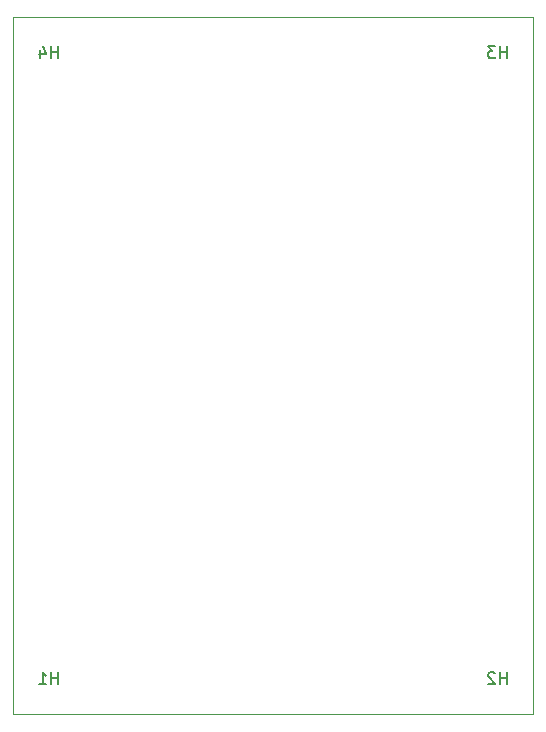
<source format=gbr>
%TF.GenerationSoftware,KiCad,Pcbnew,6.0.10+dfsg-1~bpo11+1*%
%TF.CreationDate,2023-02-14T21:12:36+00:00*%
%TF.ProjectId,Gazpar,47617a70-6172-42e6-9b69-6361645f7063,rev?*%
%TF.SameCoordinates,Original*%
%TF.FileFunction,AssemblyDrawing,Bot*%
%FSLAX45Y45*%
G04 Gerber Fmt 4.5, Leading zero omitted, Abs format (unit mm)*
G04 Created by KiCad (PCBNEW 6.0.10+dfsg-1~bpo11+1) date 2023-02-14 21:12:36*
%MOMM*%
%LPD*%
G01*
G04 APERTURE LIST*
%TA.AperFunction,Profile*%
%ADD10C,0.050000*%
%TD*%
%ADD11C,0.150000*%
G04 APERTURE END LIST*
D10*
X15000000Y-4100000D02*
X15000000Y-10000000D01*
X15000000Y-4100000D02*
X19400000Y-4100000D01*
X19400000Y-4100000D02*
X19400000Y-10000000D01*
X15000000Y-10000000D02*
X19400000Y-10000000D01*
D11*
X19176190Y-9745238D02*
X19176190Y-9645238D01*
X19176190Y-9692857D02*
X19119048Y-9692857D01*
X19119048Y-9745238D02*
X19119048Y-9645238D01*
X19076190Y-9654762D02*
X19071429Y-9650000D01*
X19061905Y-9645238D01*
X19038095Y-9645238D01*
X19028571Y-9650000D01*
X19023810Y-9654762D01*
X19019048Y-9664286D01*
X19019048Y-9673810D01*
X19023810Y-9688095D01*
X19080952Y-9745238D01*
X19019048Y-9745238D01*
X19176190Y-4445238D02*
X19176190Y-4345238D01*
X19176190Y-4392857D02*
X19119048Y-4392857D01*
X19119048Y-4445238D02*
X19119048Y-4345238D01*
X19080952Y-4345238D02*
X19019048Y-4345238D01*
X19052381Y-4383333D01*
X19038095Y-4383333D01*
X19028571Y-4388095D01*
X19023810Y-4392857D01*
X19019048Y-4402381D01*
X19019048Y-4426190D01*
X19023810Y-4435714D01*
X19028571Y-4440476D01*
X19038095Y-4445238D01*
X19066667Y-4445238D01*
X19076190Y-4440476D01*
X19080952Y-4435714D01*
X15376190Y-4445238D02*
X15376190Y-4345238D01*
X15376190Y-4392857D02*
X15319048Y-4392857D01*
X15319048Y-4445238D02*
X15319048Y-4345238D01*
X15228571Y-4378571D02*
X15228571Y-4445238D01*
X15252381Y-4340476D02*
X15276190Y-4411905D01*
X15214286Y-4411905D01*
X15376190Y-9745238D02*
X15376190Y-9645238D01*
X15376190Y-9692857D02*
X15319048Y-9692857D01*
X15319048Y-9745238D02*
X15319048Y-9645238D01*
X15219048Y-9745238D02*
X15276190Y-9745238D01*
X15247619Y-9745238D02*
X15247619Y-9645238D01*
X15257143Y-9659524D01*
X15266667Y-9669048D01*
X15276190Y-9673810D01*
M02*

</source>
